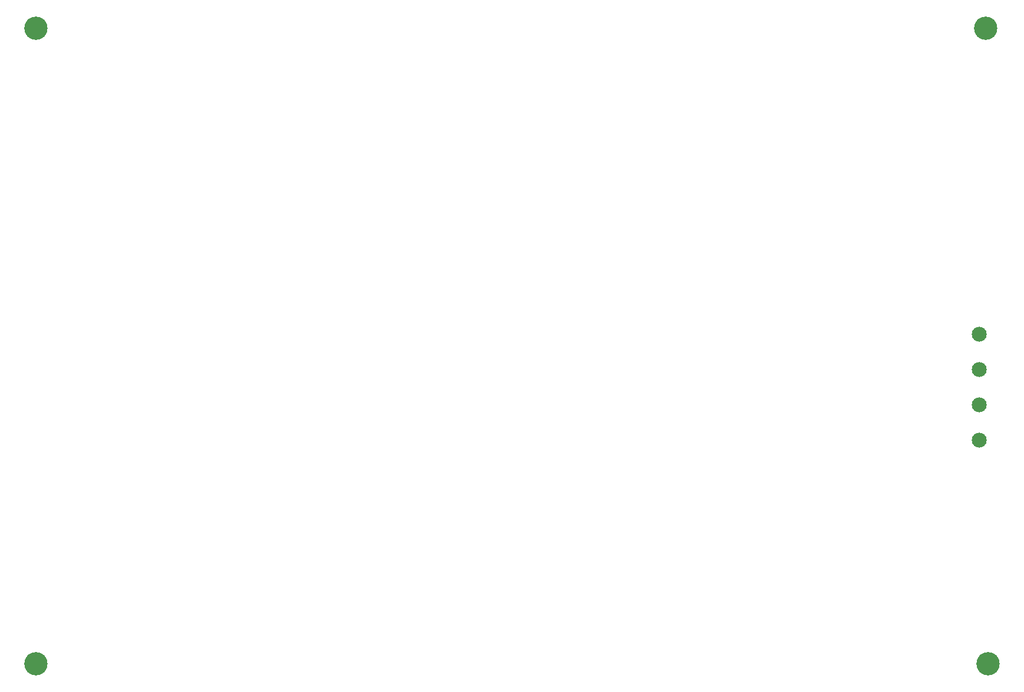
<source format=gts>
G75*
%MOIN*%
%OFA0B0*%
%FSLAX25Y25*%
%IPPOS*%
%LPD*%
%AMOC8*
5,1,8,0,0,1.08239X$1,22.5*
%
%ADD10C,0.13198*%
%ADD11C,0.08474*%
D10*
X0049831Y0048863D03*
X0049831Y0409020D03*
X0587154Y0409020D03*
X0588335Y0048863D03*
D11*
X0583513Y0175670D03*
X0583513Y0195670D03*
X0583513Y0215670D03*
X0583513Y0235670D03*
M02*

</source>
